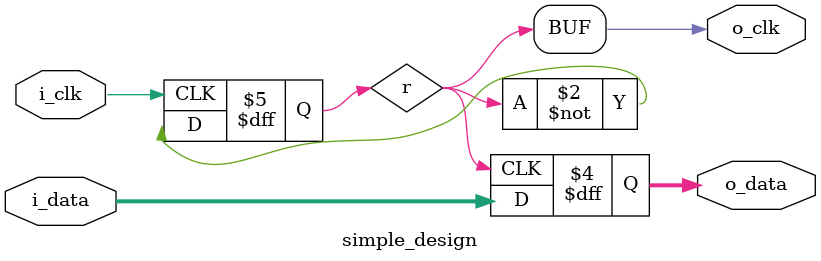
<source format=v>


module simple_design                     
(
  input  wire i_clk,     
  input  wire [1:0] i_data,   
  output reg [1:0] o_data,    
  output wire o_clk     
);
// -------------------------------------------------------------------
  // REGISTER DECLARATION
  reg r;    
  reg [1:0] r_data;
// -------------------------------------------------------------------  

always @(posedge i_clk )
  r <= ~r;


 always @(posedge r )
  o_data <= i_data;  
  
assign o_clk  = r;
    
endmodule


</source>
